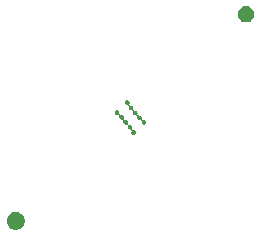
<source format=gbr>
G04 #@! TF.GenerationSoftware,KiCad,Pcbnew,5.0.2-bee76a0~70~ubuntu18.04.1*
G04 #@! TF.CreationDate,2019-06-04T21:22:10+02:00*
G04 #@! TF.ProjectId,upper_Sensor,75707065-725f-4536-956e-736f722e6b69,rev?*
G04 #@! TF.SameCoordinates,Original*
G04 #@! TF.FileFunction,Soldermask,Bot*
G04 #@! TF.FilePolarity,Negative*
%FSLAX46Y46*%
G04 Gerber Fmt 4.6, Leading zero omitted, Abs format (unit mm)*
G04 Created by KiCad (PCBNEW 5.0.2-bee76a0~70~ubuntu18.04.1) date Di 04 Jun 2019 21:22:10 CEST*
%MOMM*%
%LPD*%
G01*
G04 APERTURE LIST*
%ADD10C,0.100000*%
G04 APERTURE END LIST*
D10*
G36*
X110132004Y-79260544D02*
X110219059Y-79277860D01*
X110355732Y-79334472D01*
X110355733Y-79334473D01*
X110478738Y-79416662D01*
X110583338Y-79521262D01*
X110583340Y-79521265D01*
X110665528Y-79644268D01*
X110722140Y-79780941D01*
X110751000Y-79926033D01*
X110751000Y-80073967D01*
X110722140Y-80219059D01*
X110665528Y-80355732D01*
X110665527Y-80355733D01*
X110583338Y-80478738D01*
X110478738Y-80583338D01*
X110478735Y-80583340D01*
X110355732Y-80665528D01*
X110219059Y-80722140D01*
X110132004Y-80739456D01*
X110073969Y-80751000D01*
X109926031Y-80751000D01*
X109867996Y-80739456D01*
X109780941Y-80722140D01*
X109644268Y-80665528D01*
X109521265Y-80583340D01*
X109521262Y-80583338D01*
X109416662Y-80478738D01*
X109334473Y-80355733D01*
X109334472Y-80355732D01*
X109277860Y-80219059D01*
X109249000Y-80073967D01*
X109249000Y-79926033D01*
X109277860Y-79780941D01*
X109334472Y-79644268D01*
X109416660Y-79521265D01*
X109416662Y-79521262D01*
X109521262Y-79416662D01*
X109644267Y-79334473D01*
X109644268Y-79334472D01*
X109780941Y-79277860D01*
X109867996Y-79260544D01*
X109926031Y-79249000D01*
X110073969Y-79249000D01*
X110132004Y-79260544D01*
X110132004Y-79260544D01*
G37*
G36*
X118598402Y-70627536D02*
X118633846Y-70634586D01*
X118670425Y-70649738D01*
X118670427Y-70649739D01*
X118703347Y-70671736D01*
X118731342Y-70699731D01*
X118749866Y-70727453D01*
X118753340Y-70732653D01*
X118768492Y-70769232D01*
X118776216Y-70808065D01*
X118776216Y-70847659D01*
X118770791Y-70874932D01*
X118768390Y-70899311D01*
X118770792Y-70923697D01*
X118777905Y-70947146D01*
X118789456Y-70968757D01*
X118805001Y-70987700D01*
X118823943Y-71003245D01*
X118845553Y-71014796D01*
X118869003Y-71021910D01*
X118893389Y-71024312D01*
X118917776Y-71021910D01*
X118947252Y-71016047D01*
X118986848Y-71016047D01*
X118996555Y-71017978D01*
X119025680Y-71023771D01*
X119062259Y-71038923D01*
X119062261Y-71038924D01*
X119077131Y-71048860D01*
X119095180Y-71060920D01*
X119123177Y-71088917D01*
X119134100Y-71105265D01*
X119144469Y-71120782D01*
X119145174Y-71121838D01*
X119160326Y-71158417D01*
X119164956Y-71181697D01*
X119168050Y-71197249D01*
X119168050Y-71236845D01*
X119158343Y-71285646D01*
X119157106Y-71289723D01*
X119154703Y-71314110D01*
X119157104Y-71338496D01*
X119164216Y-71361945D01*
X119175766Y-71383557D01*
X119191311Y-71402500D01*
X119210252Y-71418046D01*
X119231863Y-71429598D01*
X119255311Y-71436712D01*
X119279698Y-71439115D01*
X119297418Y-71437370D01*
X119340382Y-71437370D01*
X119349154Y-71439115D01*
X119379214Y-71445094D01*
X119415793Y-71460246D01*
X119415795Y-71460247D01*
X119421175Y-71463842D01*
X119435417Y-71473358D01*
X119448715Y-71482244D01*
X119476710Y-71510239D01*
X119497470Y-71541307D01*
X119498708Y-71543161D01*
X119513860Y-71579740D01*
X119516824Y-71594644D01*
X119521584Y-71618572D01*
X119521584Y-71658168D01*
X119511882Y-71706945D01*
X119510641Y-71711032D01*
X119508235Y-71735418D01*
X119510632Y-71759805D01*
X119517741Y-71783255D01*
X119529288Y-71804868D01*
X119544830Y-71823813D01*
X119563769Y-71839362D01*
X119585378Y-71850918D01*
X119608825Y-71858036D01*
X119633211Y-71860442D01*
X119650950Y-71858697D01*
X119693915Y-71858697D01*
X119697293Y-71859369D01*
X119732747Y-71866421D01*
X119769326Y-71881573D01*
X119769328Y-71881574D01*
X119802248Y-71903571D01*
X119830243Y-71931566D01*
X119851013Y-71962649D01*
X119852241Y-71964488D01*
X119867393Y-72001067D01*
X119875117Y-72039900D01*
X119875117Y-72079494D01*
X119867393Y-72118327D01*
X119858695Y-72139324D01*
X119851582Y-72162773D01*
X119849180Y-72187160D01*
X119851582Y-72211546D01*
X119858695Y-72234995D01*
X119870246Y-72256606D01*
X119885791Y-72275548D01*
X119904734Y-72291094D01*
X119926344Y-72302645D01*
X119949793Y-72309758D01*
X119974180Y-72312160D01*
X120009146Y-72312160D01*
X120018853Y-72314091D01*
X120047978Y-72319884D01*
X120084557Y-72335036D01*
X120084559Y-72335037D01*
X120101130Y-72346110D01*
X120117478Y-72357033D01*
X120145475Y-72385030D01*
X120156398Y-72401378D01*
X120162216Y-72410084D01*
X120167472Y-72417951D01*
X120182624Y-72454530D01*
X120190348Y-72493363D01*
X120190348Y-72532957D01*
X120182624Y-72571790D01*
X120167472Y-72608369D01*
X120167471Y-72608371D01*
X120145474Y-72641291D01*
X120117479Y-72669286D01*
X120084559Y-72691283D01*
X120084558Y-72691284D01*
X120084557Y-72691284D01*
X120047978Y-72706436D01*
X120018853Y-72712229D01*
X120009146Y-72714160D01*
X119969550Y-72714160D01*
X119959843Y-72712229D01*
X119930718Y-72706436D01*
X119894139Y-72691284D01*
X119894138Y-72691284D01*
X119894137Y-72691283D01*
X119861217Y-72669286D01*
X119833222Y-72641291D01*
X119811225Y-72608371D01*
X119811224Y-72608369D01*
X119796072Y-72571790D01*
X119788348Y-72532957D01*
X119788348Y-72493363D01*
X119796072Y-72454530D01*
X119804771Y-72433529D01*
X119811883Y-72410084D01*
X119814285Y-72385697D01*
X119811883Y-72361311D01*
X119804770Y-72337862D01*
X119793219Y-72316251D01*
X119777674Y-72297309D01*
X119758731Y-72281763D01*
X119737121Y-72270212D01*
X119713672Y-72263099D01*
X119689285Y-72260697D01*
X119654319Y-72260697D01*
X119644612Y-72258766D01*
X119615487Y-72252973D01*
X119578908Y-72237821D01*
X119578907Y-72237821D01*
X119578906Y-72237820D01*
X119545986Y-72215823D01*
X119517991Y-72187828D01*
X119517545Y-72187160D01*
X119507067Y-72171479D01*
X119495994Y-72154908D01*
X119489539Y-72139324D01*
X119480841Y-72118327D01*
X119473117Y-72079494D01*
X119473117Y-72039900D01*
X119480841Y-72001067D01*
X119482819Y-71991122D01*
X119484060Y-71987035D01*
X119486466Y-71962649D01*
X119484069Y-71938262D01*
X119476960Y-71914812D01*
X119465413Y-71893199D01*
X119449871Y-71874254D01*
X119430932Y-71858705D01*
X119409323Y-71847149D01*
X119385876Y-71840031D01*
X119361490Y-71837625D01*
X119343751Y-71839370D01*
X119300786Y-71839370D01*
X119291079Y-71837439D01*
X119261954Y-71831646D01*
X119225375Y-71816494D01*
X119225374Y-71816494D01*
X119225373Y-71816493D01*
X119192453Y-71794496D01*
X119164458Y-71766501D01*
X119142461Y-71733581D01*
X119138792Y-71724723D01*
X119127308Y-71697000D01*
X119119584Y-71658167D01*
X119119584Y-71618573D01*
X119127308Y-71579740D01*
X119129291Y-71569771D01*
X119130528Y-71565694D01*
X119132931Y-71541307D01*
X119130530Y-71516921D01*
X119123418Y-71493472D01*
X119111868Y-71471860D01*
X119096323Y-71452917D01*
X119077382Y-71437371D01*
X119055771Y-71425819D01*
X119032323Y-71418705D01*
X119007936Y-71416302D01*
X118990216Y-71418047D01*
X118947252Y-71418047D01*
X118937545Y-71416116D01*
X118908420Y-71410323D01*
X118871841Y-71395171D01*
X118871840Y-71395171D01*
X118871839Y-71395170D01*
X118838919Y-71373173D01*
X118810924Y-71345178D01*
X118804483Y-71335538D01*
X118796754Y-71323971D01*
X118788927Y-71312258D01*
X118782485Y-71296706D01*
X118773774Y-71275677D01*
X118766050Y-71236844D01*
X118766050Y-71197250D01*
X118771475Y-71169977D01*
X118773876Y-71145598D01*
X118771474Y-71121212D01*
X118764361Y-71097763D01*
X118752810Y-71076152D01*
X118737265Y-71057209D01*
X118718323Y-71041664D01*
X118696713Y-71030113D01*
X118673263Y-71022999D01*
X118648877Y-71020597D01*
X118624490Y-71022999D01*
X118595014Y-71028862D01*
X118555418Y-71028862D01*
X118545711Y-71026931D01*
X118516586Y-71021138D01*
X118480007Y-71005986D01*
X118480006Y-71005986D01*
X118480005Y-71005985D01*
X118447085Y-70983988D01*
X118419090Y-70955993D01*
X118416870Y-70952670D01*
X118408166Y-70939644D01*
X118397093Y-70923073D01*
X118397092Y-70923071D01*
X118381940Y-70886492D01*
X118374216Y-70847659D01*
X118374216Y-70808065D01*
X118381940Y-70769232D01*
X118397092Y-70732653D01*
X118400567Y-70727453D01*
X118419090Y-70699731D01*
X118447085Y-70671736D01*
X118480005Y-70649739D01*
X118480007Y-70649738D01*
X118516586Y-70634586D01*
X118552030Y-70627536D01*
X118555418Y-70626862D01*
X118595014Y-70626862D01*
X118598402Y-70627536D01*
X118598402Y-70627536D01*
G37*
G36*
X119477369Y-69781727D02*
X119506494Y-69787520D01*
X119543073Y-69802672D01*
X119543075Y-69802673D01*
X119559646Y-69813746D01*
X119575994Y-69824669D01*
X119603991Y-69852666D01*
X119625988Y-69885587D01*
X119641140Y-69922166D01*
X119648864Y-69960999D01*
X119648864Y-70000593D01*
X119641141Y-70039423D01*
X119641140Y-70039425D01*
X119632442Y-70060423D01*
X119625328Y-70083872D01*
X119622926Y-70108258D01*
X119625327Y-70132644D01*
X119632440Y-70156093D01*
X119643991Y-70177704D01*
X119659536Y-70196647D01*
X119678478Y-70212192D01*
X119700089Y-70223744D01*
X119723538Y-70230858D01*
X119747926Y-70233260D01*
X119782894Y-70233260D01*
X119792601Y-70235191D01*
X119821726Y-70240984D01*
X119858305Y-70256136D01*
X119858307Y-70256137D01*
X119891227Y-70278134D01*
X119919222Y-70306129D01*
X119935964Y-70331184D01*
X119941220Y-70339051D01*
X119956372Y-70375630D01*
X119962165Y-70404755D01*
X119964096Y-70414462D01*
X119964096Y-70454058D01*
X119954385Y-70502880D01*
X119953148Y-70506959D01*
X119950749Y-70531346D01*
X119953154Y-70555732D01*
X119960271Y-70579180D01*
X119971825Y-70600789D01*
X119987373Y-70619729D01*
X120006317Y-70635272D01*
X120027929Y-70646820D01*
X120051379Y-70653930D01*
X120075766Y-70656329D01*
X120093466Y-70654584D01*
X120136426Y-70654584D01*
X120145198Y-70656329D01*
X120175258Y-70662308D01*
X120211837Y-70677460D01*
X120211839Y-70677461D01*
X120228410Y-70688534D01*
X120244758Y-70699457D01*
X120272755Y-70727454D01*
X120294752Y-70760375D01*
X120309904Y-70796954D01*
X120312114Y-70808065D01*
X120317628Y-70835786D01*
X120317628Y-70875382D01*
X120307917Y-70924204D01*
X120306680Y-70928283D01*
X120304281Y-70952670D01*
X120306686Y-70977056D01*
X120313803Y-71000504D01*
X120325357Y-71022113D01*
X120340905Y-71041053D01*
X120359849Y-71056596D01*
X120381461Y-71068144D01*
X120404911Y-71075254D01*
X120429298Y-71077653D01*
X120447003Y-71075908D01*
X120489959Y-71075908D01*
X120498731Y-71077653D01*
X120528791Y-71083632D01*
X120562905Y-71097763D01*
X120565372Y-71098785D01*
X120581943Y-71109858D01*
X120598291Y-71120781D01*
X120626288Y-71148778D01*
X120648285Y-71181699D01*
X120663437Y-71218278D01*
X120671161Y-71257111D01*
X120671161Y-71296705D01*
X120665736Y-71323978D01*
X120663335Y-71348357D01*
X120665737Y-71372743D01*
X120672850Y-71396192D01*
X120684401Y-71417803D01*
X120699946Y-71436746D01*
X120718888Y-71452291D01*
X120740498Y-71463842D01*
X120763948Y-71470956D01*
X120788334Y-71473358D01*
X120812717Y-71470957D01*
X120842200Y-71465093D01*
X120881795Y-71465093D01*
X120891502Y-71467024D01*
X120920627Y-71472817D01*
X120957206Y-71487969D01*
X120957208Y-71487970D01*
X120990128Y-71509967D01*
X121018123Y-71537962D01*
X121039378Y-71569771D01*
X121040121Y-71570884D01*
X121055273Y-71607463D01*
X121062997Y-71646296D01*
X121062997Y-71685890D01*
X121055273Y-71724723D01*
X121040121Y-71761302D01*
X121018124Y-71794223D01*
X120990127Y-71822220D01*
X120976020Y-71831646D01*
X120957208Y-71844216D01*
X120957207Y-71844217D01*
X120957206Y-71844217D01*
X120920627Y-71859369D01*
X120891502Y-71865162D01*
X120881795Y-71867093D01*
X120842199Y-71867093D01*
X120832492Y-71865162D01*
X120803367Y-71859369D01*
X120766788Y-71844217D01*
X120766787Y-71844217D01*
X120766786Y-71844216D01*
X120747974Y-71831646D01*
X120733867Y-71822220D01*
X120705870Y-71794223D01*
X120683873Y-71761302D01*
X120668721Y-71724723D01*
X120660997Y-71685890D01*
X120660997Y-71646296D01*
X120666422Y-71619023D01*
X120668823Y-71594644D01*
X120666421Y-71570258D01*
X120659308Y-71546809D01*
X120647757Y-71525198D01*
X120632212Y-71506255D01*
X120613270Y-71490710D01*
X120591660Y-71479159D01*
X120568210Y-71472045D01*
X120543824Y-71469643D01*
X120519441Y-71472044D01*
X120489958Y-71477908D01*
X120450363Y-71477908D01*
X120440656Y-71475977D01*
X120411531Y-71470184D01*
X120374952Y-71455032D01*
X120374951Y-71455032D01*
X120374950Y-71455031D01*
X120358379Y-71443958D01*
X120342031Y-71433035D01*
X120314034Y-71405038D01*
X120292743Y-71373174D01*
X120292038Y-71372119D01*
X120292037Y-71372117D01*
X120276885Y-71335538D01*
X120269161Y-71296705D01*
X120269161Y-71257111D01*
X120276885Y-71218278D01*
X120278872Y-71208288D01*
X120280109Y-71204209D01*
X120282508Y-71179822D01*
X120280103Y-71155436D01*
X120272986Y-71131988D01*
X120261432Y-71110379D01*
X120245884Y-71091439D01*
X120226940Y-71075896D01*
X120205328Y-71064348D01*
X120181878Y-71057238D01*
X120157491Y-71054839D01*
X120139786Y-71056584D01*
X120096830Y-71056584D01*
X120087123Y-71054653D01*
X120057998Y-71048860D01*
X120021419Y-71033708D01*
X120021418Y-71033708D01*
X120021417Y-71033707D01*
X120001797Y-71020597D01*
X119988498Y-71011711D01*
X119960501Y-70983714D01*
X119949578Y-70967366D01*
X119938505Y-70950795D01*
X119938504Y-70950793D01*
X119923352Y-70914214D01*
X119915628Y-70875381D01*
X119915628Y-70835787D01*
X119923352Y-70796954D01*
X119925339Y-70786964D01*
X119926576Y-70782885D01*
X119928975Y-70758498D01*
X119926570Y-70734112D01*
X119919453Y-70710664D01*
X119907899Y-70689055D01*
X119892351Y-70670115D01*
X119873407Y-70654572D01*
X119851795Y-70643024D01*
X119828345Y-70635914D01*
X119803958Y-70633515D01*
X119786258Y-70635260D01*
X119743298Y-70635260D01*
X119733591Y-70633329D01*
X119704466Y-70627536D01*
X119667887Y-70612384D01*
X119667886Y-70612384D01*
X119667885Y-70612383D01*
X119634965Y-70590386D01*
X119606970Y-70562391D01*
X119584973Y-70529471D01*
X119584972Y-70529469D01*
X119569820Y-70492890D01*
X119562096Y-70454057D01*
X119562096Y-70414463D01*
X119569820Y-70375630D01*
X119578519Y-70354629D01*
X119585632Y-70331184D01*
X119588034Y-70306798D01*
X119585633Y-70282412D01*
X119578520Y-70258963D01*
X119566969Y-70237352D01*
X119551424Y-70218409D01*
X119532482Y-70202864D01*
X119510871Y-70191312D01*
X119487422Y-70184198D01*
X119463034Y-70181796D01*
X119428066Y-70181796D01*
X119418359Y-70179865D01*
X119389234Y-70174072D01*
X119352655Y-70158920D01*
X119352654Y-70158920D01*
X119352653Y-70158919D01*
X119319733Y-70136922D01*
X119291738Y-70108927D01*
X119269741Y-70076007D01*
X119263286Y-70060423D01*
X119254588Y-70039426D01*
X119246864Y-70000593D01*
X119246864Y-69960999D01*
X119254588Y-69922166D01*
X119269740Y-69885587D01*
X119291737Y-69852666D01*
X119319734Y-69824669D01*
X119336082Y-69813746D01*
X119352653Y-69802673D01*
X119352655Y-69802672D01*
X119389234Y-69787520D01*
X119418359Y-69781727D01*
X119428066Y-69779796D01*
X119467662Y-69779796D01*
X119477369Y-69781727D01*
X119477369Y-69781727D01*
G37*
G36*
X129704472Y-61825938D02*
X129832049Y-61878782D01*
X129946865Y-61955500D01*
X130044500Y-62053135D01*
X130121218Y-62167951D01*
X130174062Y-62295528D01*
X130201000Y-62430956D01*
X130201000Y-62569044D01*
X130174062Y-62704472D01*
X130121218Y-62832049D01*
X130044500Y-62946865D01*
X129946865Y-63044500D01*
X129832049Y-63121218D01*
X129704472Y-63174062D01*
X129569044Y-63201000D01*
X129430956Y-63201000D01*
X129295528Y-63174062D01*
X129167951Y-63121218D01*
X129053135Y-63044500D01*
X128955500Y-62946865D01*
X128878782Y-62832049D01*
X128825938Y-62704472D01*
X128799000Y-62569044D01*
X128799000Y-62430956D01*
X128825938Y-62295528D01*
X128878782Y-62167951D01*
X128955500Y-62053135D01*
X129053135Y-61955500D01*
X129167951Y-61878782D01*
X129295528Y-61825938D01*
X129430956Y-61799000D01*
X129569044Y-61799000D01*
X129704472Y-61825938D01*
X129704472Y-61825938D01*
G37*
M02*

</source>
